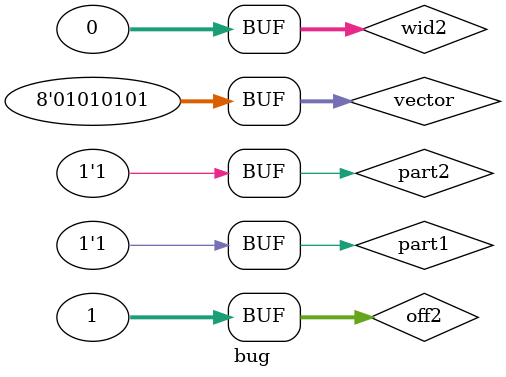
<source format=v>

module bug();

localparam off1 = 1;
localparam wid1 = 0;

integer off2 = 1;
integer wid2 = 0;

wire [7:0] vector = 8'h55;

wire part1 = |vector[off1 +: wid1];
wire part2 = |vector[off2 +: wid2];

endmodule

</source>
